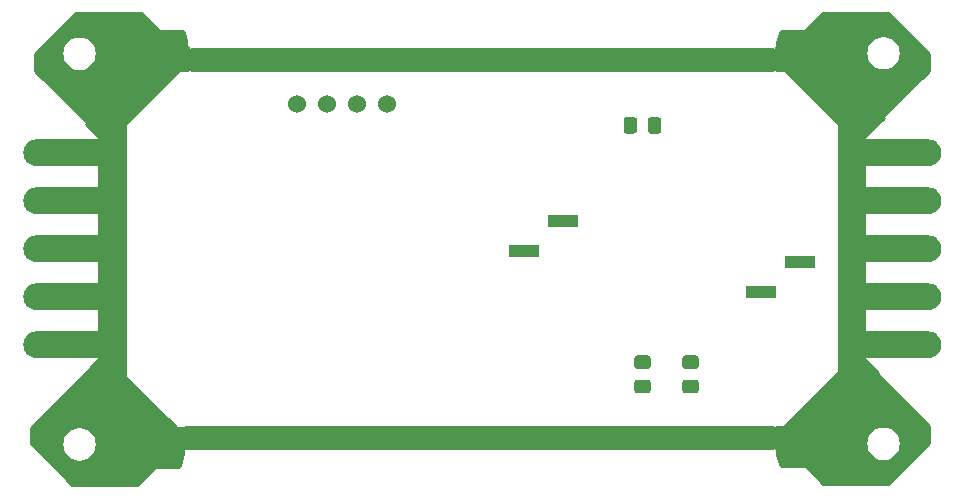
<source format=gbr>
%TF.GenerationSoftware,KiCad,Pcbnew,(5.1.6)-1*%
%TF.CreationDate,2020-11-07T21:03:07+00:00*%
%TF.ProjectId,ninja_iron,6e696e6a-615f-4697-926f-6e2e6b696361,rev?*%
%TF.SameCoordinates,Original*%
%TF.FileFunction,Soldermask,Bot*%
%TF.FilePolarity,Negative*%
%FSLAX46Y46*%
G04 Gerber Fmt 4.6, Leading zero omitted, Abs format (unit mm)*
G04 Created by KiCad (PCBNEW (5.1.6)-1) date 2020-11-07 21:03:07*
%MOMM*%
%LPD*%
G01*
G04 APERTURE LIST*
%ADD10C,1.524000*%
%ADD11R,2.510000X1.000000*%
%ADD12C,0.254000*%
G04 APERTURE END LIST*
%TO.C,R22*%
G36*
G01*
X99372000Y-46793999D02*
X99372000Y-47694001D01*
G75*
G02*
X99122001Y-47944000I-249999J0D01*
G01*
X98471999Y-47944000D01*
G75*
G02*
X98222000Y-47694001I0J249999D01*
G01*
X98222000Y-46793999D01*
G75*
G02*
X98471999Y-46544000I249999J0D01*
G01*
X99122001Y-46544000D01*
G75*
G02*
X99372000Y-46793999I0J-249999D01*
G01*
G37*
G36*
G01*
X101422000Y-46793999D02*
X101422000Y-47694001D01*
G75*
G02*
X101172001Y-47944000I-249999J0D01*
G01*
X100521999Y-47944000D01*
G75*
G02*
X100272000Y-47694001I0J249999D01*
G01*
X100272000Y-46793999D01*
G75*
G02*
X100521999Y-46544000I249999J0D01*
G01*
X101172001Y-46544000D01*
G75*
G02*
X101422000Y-46793999I0J-249999D01*
G01*
G37*
%TD*%
D10*
%TO.C,OLED*%
X78232000Y-45466000D03*
X75692000Y-45466000D03*
X73152000Y-45466000D03*
X70612000Y-45466000D03*
%TD*%
%TO.C,C15*%
G36*
G01*
X99371999Y-66726000D02*
X100272001Y-66726000D01*
G75*
G02*
X100522000Y-66975999I0J-249999D01*
G01*
X100522000Y-67626001D01*
G75*
G02*
X100272001Y-67876000I-249999J0D01*
G01*
X99371999Y-67876000D01*
G75*
G02*
X99122000Y-67626001I0J249999D01*
G01*
X99122000Y-66975999D01*
G75*
G02*
X99371999Y-66726000I249999J0D01*
G01*
G37*
G36*
G01*
X99371999Y-68776000D02*
X100272001Y-68776000D01*
G75*
G02*
X100522000Y-69025999I0J-249999D01*
G01*
X100522000Y-69676001D01*
G75*
G02*
X100272001Y-69926000I-249999J0D01*
G01*
X99371999Y-69926000D01*
G75*
G02*
X99122000Y-69676001I0J249999D01*
G01*
X99122000Y-69025999D01*
G75*
G02*
X99371999Y-68776000I249999J0D01*
G01*
G37*
%TD*%
%TO.C,C16*%
G36*
G01*
X103435999Y-66726000D02*
X104336001Y-66726000D01*
G75*
G02*
X104586000Y-66975999I0J-249999D01*
G01*
X104586000Y-67626001D01*
G75*
G02*
X104336001Y-67876000I-249999J0D01*
G01*
X103435999Y-67876000D01*
G75*
G02*
X103186000Y-67626001I0J249999D01*
G01*
X103186000Y-66975999D01*
G75*
G02*
X103435999Y-66726000I249999J0D01*
G01*
G37*
G36*
G01*
X103435999Y-68776000D02*
X104336001Y-68776000D01*
G75*
G02*
X104586000Y-69025999I0J-249999D01*
G01*
X104586000Y-69676001D01*
G75*
G02*
X104336001Y-69926000I-249999J0D01*
G01*
X103435999Y-69926000D01*
G75*
G02*
X103186000Y-69676001I0J249999D01*
G01*
X103186000Y-69025999D01*
G75*
G02*
X103435999Y-68776000I249999J0D01*
G01*
G37*
%TD*%
D11*
%TO.C,J5*%
X93095000Y-55372000D03*
X89785000Y-57912000D03*
%TD*%
%TO.C,led data*%
X109851000Y-61337000D03*
X113161000Y-58797000D03*
%TD*%
D12*
G36*
X110871000Y-42545000D02*
G01*
X61595000Y-42545000D01*
X61595000Y-40767000D01*
X110871000Y-40767000D01*
X110871000Y-42545000D01*
G37*
X110871000Y-42545000D02*
X61595000Y-42545000D01*
X61595000Y-40767000D01*
X110871000Y-40767000D01*
X110871000Y-42545000D01*
G36*
X110871000Y-74549000D02*
G01*
X61087000Y-74549000D01*
X61087000Y-72771000D01*
X110871000Y-72771000D01*
X110871000Y-74549000D01*
G37*
X110871000Y-74549000D02*
X61087000Y-74549000D01*
X61087000Y-72771000D01*
X110871000Y-72771000D01*
X110871000Y-74549000D01*
G36*
X60295161Y-72800839D02*
G01*
X60314407Y-72816633D01*
X60336363Y-72828369D01*
X60360188Y-72835596D01*
X60384964Y-72838036D01*
X61019964Y-72838036D01*
X61019964Y-74676000D01*
X60960000Y-74676000D01*
X60960000Y-74967258D01*
X60773137Y-75714710D01*
X60560474Y-76140036D01*
X58606964Y-76140036D01*
X58582188Y-76142476D01*
X58558363Y-76149703D01*
X58536407Y-76161439D01*
X58517161Y-76177233D01*
X57030358Y-77664036D01*
X51547570Y-77664036D01*
X48099534Y-74216000D01*
X50618000Y-74216000D01*
X50638458Y-74462892D01*
X50699274Y-74703049D01*
X50798789Y-74929921D01*
X50934289Y-75137319D01*
X51102078Y-75319586D01*
X51297578Y-75471750D01*
X51515457Y-75589660D01*
X51749772Y-75670100D01*
X51994131Y-75710877D01*
X52241869Y-75710877D01*
X52486228Y-75670100D01*
X52720543Y-75589660D01*
X52938422Y-75471750D01*
X53133922Y-75319586D01*
X53301711Y-75137319D01*
X53437211Y-74929921D01*
X53536726Y-74703049D01*
X53597542Y-74462892D01*
X53618000Y-74216000D01*
X53597542Y-73969108D01*
X53536726Y-73728951D01*
X53437211Y-73502079D01*
X53301711Y-73294681D01*
X53133922Y-73112414D01*
X52938422Y-72960250D01*
X52720543Y-72842340D01*
X52486228Y-72761900D01*
X52241869Y-72721123D01*
X51994131Y-72721123D01*
X51749772Y-72761900D01*
X51515457Y-72842340D01*
X51297578Y-72960250D01*
X51102078Y-73112414D01*
X50934289Y-73294681D01*
X50798789Y-73502079D01*
X50699274Y-73728951D01*
X50638458Y-73969108D01*
X50618000Y-74216000D01*
X48099534Y-74216000D01*
X48065964Y-74182430D01*
X48065964Y-72838036D01*
X53848000Y-67056000D01*
X53848000Y-66802000D01*
X53653964Y-66802000D01*
X53653964Y-66742036D01*
X54236358Y-66742036D01*
X60295161Y-72800839D01*
G37*
X60295161Y-72800839D02*
X60314407Y-72816633D01*
X60336363Y-72828369D01*
X60360188Y-72835596D01*
X60384964Y-72838036D01*
X61019964Y-72838036D01*
X61019964Y-74676000D01*
X60960000Y-74676000D01*
X60960000Y-74967258D01*
X60773137Y-75714710D01*
X60560474Y-76140036D01*
X58606964Y-76140036D01*
X58582188Y-76142476D01*
X58558363Y-76149703D01*
X58536407Y-76161439D01*
X58517161Y-76177233D01*
X57030358Y-77664036D01*
X51547570Y-77664036D01*
X48099534Y-74216000D01*
X50618000Y-74216000D01*
X50638458Y-74462892D01*
X50699274Y-74703049D01*
X50798789Y-74929921D01*
X50934289Y-75137319D01*
X51102078Y-75319586D01*
X51297578Y-75471750D01*
X51515457Y-75589660D01*
X51749772Y-75670100D01*
X51994131Y-75710877D01*
X52241869Y-75710877D01*
X52486228Y-75670100D01*
X52720543Y-75589660D01*
X52938422Y-75471750D01*
X53133922Y-75319586D01*
X53301711Y-75137319D01*
X53437211Y-74929921D01*
X53536726Y-74703049D01*
X53597542Y-74462892D01*
X53618000Y-74216000D01*
X53597542Y-73969108D01*
X53536726Y-73728951D01*
X53437211Y-73502079D01*
X53301711Y-73294681D01*
X53133922Y-73112414D01*
X52938422Y-72960250D01*
X52720543Y-72842340D01*
X52486228Y-72761900D01*
X52241869Y-72721123D01*
X51994131Y-72721123D01*
X51749772Y-72761900D01*
X51515457Y-72842340D01*
X51297578Y-72960250D01*
X51102078Y-73112414D01*
X50934289Y-73294681D01*
X50798789Y-73502079D01*
X50699274Y-73728951D01*
X50638458Y-73969108D01*
X50618000Y-74216000D01*
X48099534Y-74216000D01*
X48065964Y-74182430D01*
X48065964Y-72838036D01*
X53848000Y-67056000D01*
X53848000Y-66802000D01*
X53653964Y-66802000D01*
X53653964Y-66742036D01*
X54236358Y-66742036D01*
X60295161Y-72800839D01*
G36*
X124079000Y-41200606D02*
G01*
X124079000Y-42619394D01*
X118528197Y-48170197D01*
X118512403Y-48189443D01*
X118500667Y-48211399D01*
X118493440Y-48235224D01*
X118491000Y-48260000D01*
X118491000Y-48641000D01*
X117908606Y-48641000D01*
X111849803Y-42582197D01*
X111830557Y-42566403D01*
X111808601Y-42554667D01*
X111784776Y-42547440D01*
X111760000Y-42545000D01*
X111125000Y-42545000D01*
X111125000Y-41100000D01*
X118690000Y-41100000D01*
X118710458Y-41346892D01*
X118771274Y-41587049D01*
X118870789Y-41813921D01*
X119006289Y-42021319D01*
X119174078Y-42203586D01*
X119369578Y-42355750D01*
X119587457Y-42473660D01*
X119821772Y-42554100D01*
X120066131Y-42594877D01*
X120313869Y-42594877D01*
X120558228Y-42554100D01*
X120792543Y-42473660D01*
X121010422Y-42355750D01*
X121205922Y-42203586D01*
X121373711Y-42021319D01*
X121509211Y-41813921D01*
X121608726Y-41587049D01*
X121669542Y-41346892D01*
X121690000Y-41100000D01*
X121669542Y-40853108D01*
X121608726Y-40612951D01*
X121509211Y-40386079D01*
X121373711Y-40178681D01*
X121205922Y-39996414D01*
X121010422Y-39844250D01*
X120792543Y-39726340D01*
X120558228Y-39645900D01*
X120313869Y-39605123D01*
X120066131Y-39605123D01*
X119821772Y-39645900D01*
X119587457Y-39726340D01*
X119369578Y-39844250D01*
X119174078Y-39996414D01*
X119006289Y-40178681D01*
X118870789Y-40386079D01*
X118771274Y-40612951D01*
X118710458Y-40853108D01*
X118690000Y-41100000D01*
X111125000Y-41100000D01*
X111125000Y-40655634D01*
X111128909Y-40640000D01*
X111252000Y-40640000D01*
X111252000Y-40147634D01*
X111371827Y-39668326D01*
X111584490Y-39243000D01*
X113538000Y-39243000D01*
X113562776Y-39240560D01*
X113586601Y-39233333D01*
X113608557Y-39221597D01*
X113627803Y-39205803D01*
X115114606Y-37719000D01*
X120597394Y-37719000D01*
X124079000Y-41200606D01*
G37*
X124079000Y-41200606D02*
X124079000Y-42619394D01*
X118528197Y-48170197D01*
X118512403Y-48189443D01*
X118500667Y-48211399D01*
X118493440Y-48235224D01*
X118491000Y-48260000D01*
X118491000Y-48641000D01*
X117908606Y-48641000D01*
X111849803Y-42582197D01*
X111830557Y-42566403D01*
X111808601Y-42554667D01*
X111784776Y-42547440D01*
X111760000Y-42545000D01*
X111125000Y-42545000D01*
X111125000Y-41100000D01*
X118690000Y-41100000D01*
X118710458Y-41346892D01*
X118771274Y-41587049D01*
X118870789Y-41813921D01*
X119006289Y-42021319D01*
X119174078Y-42203586D01*
X119369578Y-42355750D01*
X119587457Y-42473660D01*
X119821772Y-42554100D01*
X120066131Y-42594877D01*
X120313869Y-42594877D01*
X120558228Y-42554100D01*
X120792543Y-42473660D01*
X121010422Y-42355750D01*
X121205922Y-42203586D01*
X121373711Y-42021319D01*
X121509211Y-41813921D01*
X121608726Y-41587049D01*
X121669542Y-41346892D01*
X121690000Y-41100000D01*
X121669542Y-40853108D01*
X121608726Y-40612951D01*
X121509211Y-40386079D01*
X121373711Y-40178681D01*
X121205922Y-39996414D01*
X121010422Y-39844250D01*
X120792543Y-39726340D01*
X120558228Y-39645900D01*
X120313869Y-39605123D01*
X120066131Y-39605123D01*
X119821772Y-39645900D01*
X119587457Y-39726340D01*
X119369578Y-39844250D01*
X119174078Y-39996414D01*
X119006289Y-40178681D01*
X118870789Y-40386079D01*
X118771274Y-40612951D01*
X118710458Y-40853108D01*
X118690000Y-41100000D01*
X111125000Y-41100000D01*
X111125000Y-40655634D01*
X111128909Y-40640000D01*
X111252000Y-40640000D01*
X111252000Y-40147634D01*
X111371827Y-39668326D01*
X111584490Y-39243000D01*
X113538000Y-39243000D01*
X113562776Y-39240560D01*
X113586601Y-39233333D01*
X113608557Y-39221597D01*
X113627803Y-39205803D01*
X115114606Y-37719000D01*
X120597394Y-37719000D01*
X124079000Y-41200606D01*
G36*
X58838197Y-39205803D02*
G01*
X58857443Y-39221597D01*
X58879399Y-39233333D01*
X58903224Y-39240560D01*
X58928000Y-39243000D01*
X60881510Y-39243000D01*
X61094173Y-39668326D01*
X61214000Y-40147634D01*
X61214000Y-40640000D01*
X61337091Y-40640000D01*
X61341000Y-40655634D01*
X61341000Y-42545000D01*
X60706000Y-42545000D01*
X60681224Y-42547440D01*
X60657399Y-42554667D01*
X60635443Y-42566403D01*
X60616197Y-42582197D01*
X54557394Y-48641000D01*
X53975000Y-48641000D01*
X53975000Y-48260000D01*
X53972560Y-48235224D01*
X53965333Y-48211399D01*
X53953597Y-48189443D01*
X53937803Y-48170197D01*
X48387000Y-42619394D01*
X48387000Y-41200606D01*
X48439606Y-41148000D01*
X50618000Y-41148000D01*
X50638458Y-41394892D01*
X50699274Y-41635049D01*
X50798789Y-41861921D01*
X50934289Y-42069319D01*
X51102078Y-42251586D01*
X51297578Y-42403750D01*
X51515457Y-42521660D01*
X51749772Y-42602100D01*
X51994131Y-42642877D01*
X52241869Y-42642877D01*
X52486228Y-42602100D01*
X52720543Y-42521660D01*
X52938422Y-42403750D01*
X53133922Y-42251586D01*
X53301711Y-42069319D01*
X53437211Y-41861921D01*
X53536726Y-41635049D01*
X53597542Y-41394892D01*
X53618000Y-41148000D01*
X53597542Y-40901108D01*
X53536726Y-40660951D01*
X53437211Y-40434079D01*
X53301711Y-40226681D01*
X53133922Y-40044414D01*
X52938422Y-39892250D01*
X52720543Y-39774340D01*
X52486228Y-39693900D01*
X52241869Y-39653123D01*
X51994131Y-39653123D01*
X51749772Y-39693900D01*
X51515457Y-39774340D01*
X51297578Y-39892250D01*
X51102078Y-40044414D01*
X50934289Y-40226681D01*
X50798789Y-40434079D01*
X50699274Y-40660951D01*
X50638458Y-40901108D01*
X50618000Y-41148000D01*
X48439606Y-41148000D01*
X51868606Y-37719000D01*
X57351394Y-37719000D01*
X58838197Y-39205803D01*
G37*
X58838197Y-39205803D02*
X58857443Y-39221597D01*
X58879399Y-39233333D01*
X58903224Y-39240560D01*
X58928000Y-39243000D01*
X60881510Y-39243000D01*
X61094173Y-39668326D01*
X61214000Y-40147634D01*
X61214000Y-40640000D01*
X61337091Y-40640000D01*
X61341000Y-40655634D01*
X61341000Y-42545000D01*
X60706000Y-42545000D01*
X60681224Y-42547440D01*
X60657399Y-42554667D01*
X60635443Y-42566403D01*
X60616197Y-42582197D01*
X54557394Y-48641000D01*
X53975000Y-48641000D01*
X53975000Y-48260000D01*
X53972560Y-48235224D01*
X53965333Y-48211399D01*
X53953597Y-48189443D01*
X53937803Y-48170197D01*
X48387000Y-42619394D01*
X48387000Y-41200606D01*
X48439606Y-41148000D01*
X50618000Y-41148000D01*
X50638458Y-41394892D01*
X50699274Y-41635049D01*
X50798789Y-41861921D01*
X50934289Y-42069319D01*
X51102078Y-42251586D01*
X51297578Y-42403750D01*
X51515457Y-42521660D01*
X51749772Y-42602100D01*
X51994131Y-42642877D01*
X52241869Y-42642877D01*
X52486228Y-42602100D01*
X52720543Y-42521660D01*
X52938422Y-42403750D01*
X53133922Y-42251586D01*
X53301711Y-42069319D01*
X53437211Y-41861921D01*
X53536726Y-41635049D01*
X53597542Y-41394892D01*
X53618000Y-41148000D01*
X53597542Y-40901108D01*
X53536726Y-40660951D01*
X53437211Y-40434079D01*
X53301711Y-40226681D01*
X53133922Y-40044414D01*
X52938422Y-39892250D01*
X52720543Y-39774340D01*
X52486228Y-39693900D01*
X52241869Y-39653123D01*
X51994131Y-39653123D01*
X51749772Y-39693900D01*
X51515457Y-39774340D01*
X51297578Y-39892250D01*
X51102078Y-40044414D01*
X50934289Y-40226681D01*
X50798789Y-40434079D01*
X50699274Y-40660951D01*
X50638458Y-40901108D01*
X50618000Y-41148000D01*
X48439606Y-41148000D01*
X51868606Y-37719000D01*
X57351394Y-37719000D01*
X58838197Y-39205803D01*
G36*
X56007000Y-68707000D02*
G01*
X52197000Y-68707000D01*
X53848000Y-67056000D01*
X53848000Y-66802000D01*
X48514000Y-66802000D01*
X48315788Y-66782478D01*
X48125194Y-66724662D01*
X47949541Y-66630773D01*
X47795580Y-66504420D01*
X47669227Y-66350459D01*
X47575338Y-66174806D01*
X47517522Y-65984212D01*
X47498000Y-65786000D01*
X47517522Y-65587788D01*
X47575338Y-65397194D01*
X47669227Y-65221541D01*
X47795580Y-65067580D01*
X47949541Y-64941227D01*
X48125194Y-64847338D01*
X48315788Y-64789522D01*
X48514000Y-64770000D01*
X53848000Y-64770000D01*
X53848000Y-62738000D01*
X48514000Y-62738000D01*
X48315788Y-62718478D01*
X48125194Y-62660662D01*
X47949541Y-62566773D01*
X47795580Y-62440420D01*
X47669227Y-62286459D01*
X47575338Y-62110806D01*
X47517522Y-61920212D01*
X47498000Y-61722000D01*
X47517522Y-61523788D01*
X47575338Y-61333194D01*
X47669227Y-61157541D01*
X47795580Y-61003580D01*
X47949541Y-60877227D01*
X48125194Y-60783338D01*
X48315788Y-60725522D01*
X48514000Y-60706000D01*
X53848000Y-60706000D01*
X53848000Y-58674000D01*
X48514000Y-58674000D01*
X48315788Y-58654478D01*
X48125194Y-58596662D01*
X47949541Y-58502773D01*
X47795580Y-58376420D01*
X47669227Y-58222459D01*
X47575338Y-58046806D01*
X47517522Y-57856212D01*
X47498000Y-57658000D01*
X47517522Y-57459788D01*
X47575338Y-57269194D01*
X47669227Y-57093541D01*
X47795580Y-56939580D01*
X47949541Y-56813227D01*
X48125194Y-56719338D01*
X48315788Y-56661522D01*
X48514000Y-56642000D01*
X53848000Y-56642000D01*
X53848000Y-54610000D01*
X48514000Y-54610000D01*
X48315788Y-54590478D01*
X48125194Y-54532662D01*
X47949541Y-54438773D01*
X47795580Y-54312420D01*
X47669227Y-54158459D01*
X47575338Y-53982806D01*
X47517522Y-53792212D01*
X47498000Y-53594000D01*
X47517522Y-53395788D01*
X47575338Y-53205194D01*
X47669227Y-53029541D01*
X47795580Y-52875580D01*
X47949541Y-52749227D01*
X48125194Y-52655338D01*
X48315788Y-52597522D01*
X48514000Y-52578000D01*
X53848000Y-52578000D01*
X53848000Y-50546000D01*
X48514000Y-50546000D01*
X48315788Y-50526478D01*
X48125194Y-50468662D01*
X47949541Y-50374773D01*
X47795580Y-50248420D01*
X47669227Y-50094459D01*
X47575338Y-49918806D01*
X47517522Y-49728212D01*
X47498000Y-49530000D01*
X47517522Y-49331788D01*
X47575338Y-49141194D01*
X47669227Y-48965541D01*
X47795580Y-48811580D01*
X47949541Y-48685227D01*
X48125194Y-48591338D01*
X48315788Y-48533522D01*
X48514000Y-48514000D01*
X53848000Y-48514000D01*
X53848000Y-48260000D01*
X52705000Y-47117000D01*
X56007000Y-47117000D01*
X56007000Y-68707000D01*
G37*
X56007000Y-68707000D02*
X52197000Y-68707000D01*
X53848000Y-67056000D01*
X53848000Y-66802000D01*
X48514000Y-66802000D01*
X48315788Y-66782478D01*
X48125194Y-66724662D01*
X47949541Y-66630773D01*
X47795580Y-66504420D01*
X47669227Y-66350459D01*
X47575338Y-66174806D01*
X47517522Y-65984212D01*
X47498000Y-65786000D01*
X47517522Y-65587788D01*
X47575338Y-65397194D01*
X47669227Y-65221541D01*
X47795580Y-65067580D01*
X47949541Y-64941227D01*
X48125194Y-64847338D01*
X48315788Y-64789522D01*
X48514000Y-64770000D01*
X53848000Y-64770000D01*
X53848000Y-62738000D01*
X48514000Y-62738000D01*
X48315788Y-62718478D01*
X48125194Y-62660662D01*
X47949541Y-62566773D01*
X47795580Y-62440420D01*
X47669227Y-62286459D01*
X47575338Y-62110806D01*
X47517522Y-61920212D01*
X47498000Y-61722000D01*
X47517522Y-61523788D01*
X47575338Y-61333194D01*
X47669227Y-61157541D01*
X47795580Y-61003580D01*
X47949541Y-60877227D01*
X48125194Y-60783338D01*
X48315788Y-60725522D01*
X48514000Y-60706000D01*
X53848000Y-60706000D01*
X53848000Y-58674000D01*
X48514000Y-58674000D01*
X48315788Y-58654478D01*
X48125194Y-58596662D01*
X47949541Y-58502773D01*
X47795580Y-58376420D01*
X47669227Y-58222459D01*
X47575338Y-58046806D01*
X47517522Y-57856212D01*
X47498000Y-57658000D01*
X47517522Y-57459788D01*
X47575338Y-57269194D01*
X47669227Y-57093541D01*
X47795580Y-56939580D01*
X47949541Y-56813227D01*
X48125194Y-56719338D01*
X48315788Y-56661522D01*
X48514000Y-56642000D01*
X53848000Y-56642000D01*
X53848000Y-54610000D01*
X48514000Y-54610000D01*
X48315788Y-54590478D01*
X48125194Y-54532662D01*
X47949541Y-54438773D01*
X47795580Y-54312420D01*
X47669227Y-54158459D01*
X47575338Y-53982806D01*
X47517522Y-53792212D01*
X47498000Y-53594000D01*
X47517522Y-53395788D01*
X47575338Y-53205194D01*
X47669227Y-53029541D01*
X47795580Y-52875580D01*
X47949541Y-52749227D01*
X48125194Y-52655338D01*
X48315788Y-52597522D01*
X48514000Y-52578000D01*
X53848000Y-52578000D01*
X53848000Y-50546000D01*
X48514000Y-50546000D01*
X48315788Y-50526478D01*
X48125194Y-50468662D01*
X47949541Y-50374773D01*
X47795580Y-50248420D01*
X47669227Y-50094459D01*
X47575338Y-49918806D01*
X47517522Y-49728212D01*
X47498000Y-49530000D01*
X47517522Y-49331788D01*
X47575338Y-49141194D01*
X47669227Y-48965541D01*
X47795580Y-48811580D01*
X47949541Y-48685227D01*
X48125194Y-48591338D01*
X48315788Y-48533522D01*
X48514000Y-48514000D01*
X53848000Y-48514000D01*
X53848000Y-48260000D01*
X52705000Y-47117000D01*
X56007000Y-47117000D01*
X56007000Y-68707000D01*
G36*
X118491000Y-67056000D02*
G01*
X118493440Y-67080776D01*
X118500667Y-67104601D01*
X118512403Y-67126557D01*
X118528197Y-67145803D01*
X124079000Y-72696606D01*
X124079000Y-74115394D01*
X120597394Y-77597000D01*
X115114606Y-77597000D01*
X113627803Y-76110197D01*
X113608557Y-76094403D01*
X113586601Y-76082667D01*
X113562776Y-76075440D01*
X113538000Y-76073000D01*
X111584490Y-76073000D01*
X111371827Y-75647674D01*
X111252000Y-75168366D01*
X111252000Y-74676000D01*
X111128908Y-74676000D01*
X111125000Y-74660366D01*
X111125000Y-74168000D01*
X118690000Y-74168000D01*
X118710458Y-74414892D01*
X118771274Y-74655049D01*
X118870789Y-74881921D01*
X119006289Y-75089319D01*
X119174078Y-75271586D01*
X119369578Y-75423750D01*
X119587457Y-75541660D01*
X119821772Y-75622100D01*
X120066131Y-75662877D01*
X120313869Y-75662877D01*
X120558228Y-75622100D01*
X120792543Y-75541660D01*
X121010422Y-75423750D01*
X121205922Y-75271586D01*
X121373711Y-75089319D01*
X121509211Y-74881921D01*
X121608726Y-74655049D01*
X121669542Y-74414892D01*
X121690000Y-74168000D01*
X121669542Y-73921108D01*
X121608726Y-73680951D01*
X121509211Y-73454079D01*
X121373711Y-73246681D01*
X121205922Y-73064414D01*
X121010422Y-72912250D01*
X120792543Y-72794340D01*
X120558228Y-72713900D01*
X120313869Y-72673123D01*
X120066131Y-72673123D01*
X119821772Y-72713900D01*
X119587457Y-72794340D01*
X119369578Y-72912250D01*
X119174078Y-73064414D01*
X119006289Y-73246681D01*
X118870789Y-73454079D01*
X118771274Y-73680951D01*
X118710458Y-73921108D01*
X118690000Y-74168000D01*
X111125000Y-74168000D01*
X111125000Y-72771000D01*
X111760000Y-72771000D01*
X111784776Y-72768560D01*
X111808601Y-72761333D01*
X111830557Y-72749597D01*
X111849803Y-72733803D01*
X117908606Y-66675000D01*
X118491000Y-66675000D01*
X118491000Y-67056000D01*
G37*
X118491000Y-67056000D02*
X118493440Y-67080776D01*
X118500667Y-67104601D01*
X118512403Y-67126557D01*
X118528197Y-67145803D01*
X124079000Y-72696606D01*
X124079000Y-74115394D01*
X120597394Y-77597000D01*
X115114606Y-77597000D01*
X113627803Y-76110197D01*
X113608557Y-76094403D01*
X113586601Y-76082667D01*
X113562776Y-76075440D01*
X113538000Y-76073000D01*
X111584490Y-76073000D01*
X111371827Y-75647674D01*
X111252000Y-75168366D01*
X111252000Y-74676000D01*
X111128908Y-74676000D01*
X111125000Y-74660366D01*
X111125000Y-74168000D01*
X118690000Y-74168000D01*
X118710458Y-74414892D01*
X118771274Y-74655049D01*
X118870789Y-74881921D01*
X119006289Y-75089319D01*
X119174078Y-75271586D01*
X119369578Y-75423750D01*
X119587457Y-75541660D01*
X119821772Y-75622100D01*
X120066131Y-75662877D01*
X120313869Y-75662877D01*
X120558228Y-75622100D01*
X120792543Y-75541660D01*
X121010422Y-75423750D01*
X121205922Y-75271586D01*
X121373711Y-75089319D01*
X121509211Y-74881921D01*
X121608726Y-74655049D01*
X121669542Y-74414892D01*
X121690000Y-74168000D01*
X121669542Y-73921108D01*
X121608726Y-73680951D01*
X121509211Y-73454079D01*
X121373711Y-73246681D01*
X121205922Y-73064414D01*
X121010422Y-72912250D01*
X120792543Y-72794340D01*
X120558228Y-72713900D01*
X120313869Y-72673123D01*
X120066131Y-72673123D01*
X119821772Y-72713900D01*
X119587457Y-72794340D01*
X119369578Y-72912250D01*
X119174078Y-73064414D01*
X119006289Y-73246681D01*
X118870789Y-73454079D01*
X118771274Y-73680951D01*
X118710458Y-73921108D01*
X118690000Y-74168000D01*
X111125000Y-74168000D01*
X111125000Y-72771000D01*
X111760000Y-72771000D01*
X111784776Y-72768560D01*
X111808601Y-72761333D01*
X111830557Y-72749597D01*
X111849803Y-72733803D01*
X117908606Y-66675000D01*
X118491000Y-66675000D01*
X118491000Y-67056000D01*
G36*
X118618000Y-48256000D02*
G01*
X118618000Y-48514000D01*
X123952000Y-48514000D01*
X124150212Y-48533522D01*
X124340806Y-48591338D01*
X124516459Y-48685227D01*
X124670420Y-48811580D01*
X124796773Y-48965541D01*
X124890662Y-49141194D01*
X124948478Y-49331788D01*
X124968000Y-49530000D01*
X124948478Y-49728212D01*
X124890662Y-49918806D01*
X124796773Y-50094459D01*
X124670420Y-50248420D01*
X124516459Y-50374773D01*
X124340806Y-50468662D01*
X124150212Y-50526478D01*
X123952000Y-50546000D01*
X118618000Y-50546000D01*
X118618000Y-52578000D01*
X123952000Y-52578000D01*
X124150212Y-52597522D01*
X124340806Y-52655338D01*
X124516459Y-52749227D01*
X124670420Y-52875580D01*
X124796773Y-53029541D01*
X124890662Y-53205194D01*
X124948478Y-53395788D01*
X124968000Y-53594000D01*
X124948478Y-53792212D01*
X124890662Y-53982806D01*
X124796773Y-54158459D01*
X124670420Y-54312420D01*
X124516459Y-54438773D01*
X124340806Y-54532662D01*
X124150212Y-54590478D01*
X123952000Y-54610000D01*
X118618000Y-54610000D01*
X118618000Y-56642000D01*
X123952000Y-56642000D01*
X124150212Y-56661522D01*
X124340806Y-56719338D01*
X124516459Y-56813227D01*
X124670420Y-56939580D01*
X124796773Y-57093541D01*
X124890662Y-57269194D01*
X124948478Y-57459788D01*
X124968000Y-57658000D01*
X124948478Y-57856212D01*
X124890662Y-58046806D01*
X124796773Y-58222459D01*
X124670420Y-58376420D01*
X124516459Y-58502773D01*
X124340806Y-58596662D01*
X124150212Y-58654478D01*
X123952000Y-58674000D01*
X118618000Y-58674000D01*
X118618000Y-60706000D01*
X123952000Y-60706000D01*
X124150212Y-60725522D01*
X124340806Y-60783338D01*
X124516459Y-60877227D01*
X124670420Y-61003580D01*
X124796773Y-61157541D01*
X124890662Y-61333194D01*
X124948478Y-61523788D01*
X124968000Y-61722000D01*
X124948478Y-61920212D01*
X124890662Y-62110806D01*
X124796773Y-62286459D01*
X124670420Y-62440420D01*
X124516459Y-62566773D01*
X124340806Y-62660662D01*
X124150212Y-62718478D01*
X123952000Y-62738000D01*
X118618000Y-62738000D01*
X118618000Y-64770000D01*
X123952000Y-64770000D01*
X124150212Y-64789522D01*
X124340806Y-64847338D01*
X124516459Y-64941227D01*
X124670420Y-65067580D01*
X124796773Y-65221541D01*
X124890662Y-65397194D01*
X124948478Y-65587788D01*
X124968000Y-65786000D01*
X124948478Y-65984212D01*
X124890662Y-66174806D01*
X124796773Y-66350459D01*
X124670420Y-66504420D01*
X124516459Y-66630773D01*
X124340806Y-66724662D01*
X124150212Y-66782478D01*
X123952000Y-66802000D01*
X118618000Y-66802000D01*
X118618000Y-67056000D01*
X119761000Y-68199000D01*
X116459000Y-68199000D01*
X116459000Y-46609000D01*
X120266180Y-46609000D01*
X118618000Y-48256000D01*
G37*
X118618000Y-48256000D02*
X118618000Y-48514000D01*
X123952000Y-48514000D01*
X124150212Y-48533522D01*
X124340806Y-48591338D01*
X124516459Y-48685227D01*
X124670420Y-48811580D01*
X124796773Y-48965541D01*
X124890662Y-49141194D01*
X124948478Y-49331788D01*
X124968000Y-49530000D01*
X124948478Y-49728212D01*
X124890662Y-49918806D01*
X124796773Y-50094459D01*
X124670420Y-50248420D01*
X124516459Y-50374773D01*
X124340806Y-50468662D01*
X124150212Y-50526478D01*
X123952000Y-50546000D01*
X118618000Y-50546000D01*
X118618000Y-52578000D01*
X123952000Y-52578000D01*
X124150212Y-52597522D01*
X124340806Y-52655338D01*
X124516459Y-52749227D01*
X124670420Y-52875580D01*
X124796773Y-53029541D01*
X124890662Y-53205194D01*
X124948478Y-53395788D01*
X124968000Y-53594000D01*
X124948478Y-53792212D01*
X124890662Y-53982806D01*
X124796773Y-54158459D01*
X124670420Y-54312420D01*
X124516459Y-54438773D01*
X124340806Y-54532662D01*
X124150212Y-54590478D01*
X123952000Y-54610000D01*
X118618000Y-54610000D01*
X118618000Y-56642000D01*
X123952000Y-56642000D01*
X124150212Y-56661522D01*
X124340806Y-56719338D01*
X124516459Y-56813227D01*
X124670420Y-56939580D01*
X124796773Y-57093541D01*
X124890662Y-57269194D01*
X124948478Y-57459788D01*
X124968000Y-57658000D01*
X124948478Y-57856212D01*
X124890662Y-58046806D01*
X124796773Y-58222459D01*
X124670420Y-58376420D01*
X124516459Y-58502773D01*
X124340806Y-58596662D01*
X124150212Y-58654478D01*
X123952000Y-58674000D01*
X118618000Y-58674000D01*
X118618000Y-60706000D01*
X123952000Y-60706000D01*
X124150212Y-60725522D01*
X124340806Y-60783338D01*
X124516459Y-60877227D01*
X124670420Y-61003580D01*
X124796773Y-61157541D01*
X124890662Y-61333194D01*
X124948478Y-61523788D01*
X124968000Y-61722000D01*
X124948478Y-61920212D01*
X124890662Y-62110806D01*
X124796773Y-62286459D01*
X124670420Y-62440420D01*
X124516459Y-62566773D01*
X124340806Y-62660662D01*
X124150212Y-62718478D01*
X123952000Y-62738000D01*
X118618000Y-62738000D01*
X118618000Y-64770000D01*
X123952000Y-64770000D01*
X124150212Y-64789522D01*
X124340806Y-64847338D01*
X124516459Y-64941227D01*
X124670420Y-65067580D01*
X124796773Y-65221541D01*
X124890662Y-65397194D01*
X124948478Y-65587788D01*
X124968000Y-65786000D01*
X124948478Y-65984212D01*
X124890662Y-66174806D01*
X124796773Y-66350459D01*
X124670420Y-66504420D01*
X124516459Y-66630773D01*
X124340806Y-66724662D01*
X124150212Y-66782478D01*
X123952000Y-66802000D01*
X118618000Y-66802000D01*
X118618000Y-67056000D01*
X119761000Y-68199000D01*
X116459000Y-68199000D01*
X116459000Y-46609000D01*
X120266180Y-46609000D01*
X118618000Y-48256000D01*
M02*

</source>
